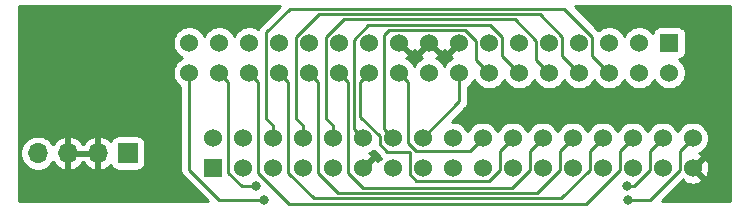
<source format=gbr>
G04 #@! TF.GenerationSoftware,KiCad,Pcbnew,(5.1.5-0-10_14)*
G04 #@! TF.CreationDate,2020-03-21T13:08:25+11:00*
G04 #@! TF.ProjectId,Internal Gotek Adpater,496e7465-726e-4616-9c20-476f74656b20,rev?*
G04 #@! TF.SameCoordinates,Original*
G04 #@! TF.FileFunction,Copper,L2,Bot*
G04 #@! TF.FilePolarity,Positive*
%FSLAX46Y46*%
G04 Gerber Fmt 4.6, Leading zero omitted, Abs format (unit mm)*
G04 Created by KiCad (PCBNEW (5.1.5-0-10_14)) date 2020-03-21 13:08:25*
%MOMM*%
%LPD*%
G04 APERTURE LIST*
%ADD10C,1.524000*%
%ADD11R,1.524000X1.524000*%
%ADD12O,1.700000X1.700000*%
%ADD13R,1.700000X1.700000*%
%ADD14C,0.800000*%
%ADD15C,0.250000*%
%ADD16C,0.254000*%
G04 APERTURE END LIST*
D10*
X30289500Y-26606500D03*
X30289500Y-24066500D03*
X32829500Y-26606500D03*
X32829500Y-24066500D03*
X35369500Y-26606500D03*
X35369500Y-24066500D03*
X37909500Y-26606500D03*
X37909500Y-24066500D03*
X42989500Y-26606500D03*
X42989500Y-24066500D03*
X45529500Y-26606500D03*
X45529500Y-24066500D03*
D11*
X70929500Y-24066500D03*
D10*
X68389500Y-24066500D03*
X65849500Y-24066500D03*
X63309500Y-24066500D03*
X60769500Y-24066500D03*
X58229500Y-24066500D03*
X55689500Y-24066500D03*
X53149500Y-24066500D03*
X50609500Y-24066500D03*
X48069500Y-24066500D03*
X48069500Y-26606500D03*
X50609500Y-26606500D03*
X53149500Y-26606500D03*
X55689500Y-26606500D03*
X58229500Y-26606500D03*
X60769500Y-26606500D03*
X63309500Y-26606500D03*
X65849500Y-26606500D03*
X68389500Y-26606500D03*
X70929500Y-26606500D03*
X40449500Y-24066500D03*
X40449500Y-26606500D03*
X42418000Y-32131000D03*
X42418000Y-34671000D03*
X72898000Y-32131000D03*
X70358000Y-32131000D03*
X67818000Y-32131000D03*
X65278000Y-32131000D03*
X62738000Y-32131000D03*
X60198000Y-32131000D03*
X57658000Y-32131000D03*
X55118000Y-32131000D03*
X52578000Y-32131000D03*
X50038000Y-32131000D03*
X50038000Y-34671000D03*
X52578000Y-34671000D03*
X55118000Y-34671000D03*
X57658000Y-34671000D03*
X60198000Y-34671000D03*
X62738000Y-34671000D03*
X65278000Y-34671000D03*
X67818000Y-34671000D03*
X70358000Y-34671000D03*
X72898000Y-34671000D03*
X47498000Y-34671000D03*
X47498000Y-32131000D03*
X44958000Y-34671000D03*
X44958000Y-32131000D03*
X39878000Y-34671000D03*
X39878000Y-32131000D03*
X37338000Y-34671000D03*
X37338000Y-32131000D03*
X34798000Y-34671000D03*
X34798000Y-32131000D03*
D11*
X32258000Y-34671000D03*
D10*
X32258000Y-32131000D03*
D12*
X17462500Y-33401000D03*
X20002500Y-33401000D03*
X22542500Y-33401000D03*
D13*
X25082500Y-33401000D03*
D14*
X35941000Y-36195000D03*
X67310000Y-36195000D03*
X36576000Y-37338000D03*
X67437000Y-37338000D03*
D15*
X33591499Y-35073261D02*
X34713238Y-36195000D01*
X34713238Y-36195000D02*
X35941000Y-36195000D01*
X33591499Y-27368499D02*
X33591499Y-35073261D01*
X32829500Y-26606500D02*
X33591499Y-27368499D01*
X69596001Y-32892999D02*
X70358000Y-32131000D01*
X69270999Y-33218001D02*
X69596001Y-32892999D01*
X69270999Y-34826763D02*
X69270999Y-33218001D01*
X67902762Y-36195000D02*
X69270999Y-34826763D01*
X67310000Y-36195000D02*
X67902762Y-36195000D01*
X66730999Y-33218001D02*
X67056001Y-32892999D01*
X66730999Y-34826763D02*
X66730999Y-33218001D01*
X63885732Y-37672030D02*
X66730999Y-34826763D01*
X38730268Y-37672030D02*
X63885732Y-37672030D01*
X36131499Y-35073261D02*
X38730268Y-37672030D01*
X36131499Y-27368499D02*
X36131499Y-35073261D01*
X67056001Y-32892999D02*
X67818000Y-32131000D01*
X35369500Y-26606500D02*
X36131499Y-27368499D01*
X64516001Y-32892999D02*
X65278000Y-32131000D01*
X64190999Y-34826763D02*
X64190999Y-33218001D01*
X61795742Y-37222020D02*
X64190999Y-34826763D01*
X40820258Y-37222020D02*
X61795742Y-37222020D01*
X64190999Y-33218001D02*
X64516001Y-32892999D01*
X38671499Y-35073261D02*
X40820258Y-37222020D01*
X38671499Y-27368499D02*
X38671499Y-35073261D01*
X37909500Y-26606500D02*
X38671499Y-27368499D01*
X59436001Y-32892999D02*
X60198000Y-32131000D01*
X59110999Y-33218001D02*
X59436001Y-32892999D01*
X59110999Y-34826763D02*
X59110999Y-33218001D01*
X45000238Y-36322000D02*
X57615762Y-36322000D01*
X43751499Y-35073261D02*
X45000238Y-36322000D01*
X43751499Y-27368499D02*
X43751499Y-35073261D01*
X57615762Y-36322000D02*
X59110999Y-34826763D01*
X42989500Y-26606500D02*
X43751499Y-27368499D01*
X56570999Y-34826763D02*
X56570999Y-33218001D01*
X49516239Y-35758001D02*
X55639761Y-35758001D01*
X48935828Y-35177590D02*
X49516239Y-35758001D01*
X47032238Y-33274000D02*
X48935828Y-33274000D01*
X55639761Y-35758001D02*
X56570999Y-34826763D01*
X46410999Y-32652761D02*
X47032238Y-33274000D01*
X46410999Y-31975237D02*
X46410999Y-32652761D01*
X56570999Y-33218001D02*
X56896001Y-32892999D01*
X48935828Y-33274000D02*
X48935828Y-35177590D01*
X44767501Y-30331739D02*
X46410999Y-31975237D01*
X44767501Y-27368499D02*
X44767501Y-30331739D01*
X56896001Y-32892999D02*
X57658000Y-32131000D01*
X45529500Y-26606500D02*
X44767501Y-27368499D01*
X54030999Y-33218001D02*
X54356001Y-32892999D01*
X49516239Y-33218001D02*
X54030999Y-33218001D01*
X48831499Y-32533261D02*
X49516239Y-33218001D01*
X48831499Y-27368499D02*
X48831499Y-32533261D01*
X54356001Y-32892999D02*
X55118000Y-32131000D01*
X48069500Y-26606500D02*
X48831499Y-27368499D01*
X53149500Y-29019500D02*
X50038000Y-32131000D01*
X53149500Y-26606500D02*
X53149500Y-29019500D01*
X46736001Y-23425239D02*
X46736001Y-31369001D01*
X47181741Y-22979499D02*
X46736001Y-23425239D01*
X53671261Y-22979499D02*
X47181741Y-22979499D01*
X54602499Y-23910737D02*
X53671261Y-22979499D01*
X54602499Y-25519499D02*
X54602499Y-23910737D01*
X46736001Y-31369001D02*
X47498000Y-32131000D01*
X55689500Y-26606500D02*
X54602499Y-25519499D01*
X42418000Y-31053370D02*
X42418000Y-32131000D01*
X41902499Y-30537869D02*
X42418000Y-31053370D01*
X41902499Y-23544739D02*
X41902499Y-30537869D01*
X57851241Y-22079479D02*
X43367759Y-22079479D01*
X59682499Y-23910737D02*
X57851241Y-22079479D01*
X59682499Y-25519499D02*
X59682499Y-23910737D01*
X43367759Y-22079479D02*
X41902499Y-23544739D01*
X60769500Y-26606500D02*
X59682499Y-25519499D01*
X39878000Y-31053370D02*
X39878000Y-32131000D01*
X39362499Y-30537869D02*
X39878000Y-31053370D01*
X39362499Y-23544739D02*
X39362499Y-30537869D01*
X41277769Y-21629469D02*
X39362499Y-23544739D01*
X59941231Y-21629469D02*
X41277769Y-21629469D01*
X61856501Y-23544739D02*
X59941231Y-21629469D01*
X61856501Y-25153501D02*
X61856501Y-23544739D01*
X63309500Y-26606500D02*
X61856501Y-25153501D01*
X61976001Y-32892999D02*
X62738000Y-32131000D01*
X61650999Y-33218001D02*
X61976001Y-32892999D01*
X59705752Y-36772010D02*
X61650999Y-34826763D01*
X42910248Y-36772010D02*
X59705752Y-36772010D01*
X41211499Y-35073261D02*
X42910248Y-36772010D01*
X61650999Y-34826763D02*
X61650999Y-33218001D01*
X41211499Y-27368499D02*
X41211499Y-35073261D01*
X40449500Y-26606500D02*
X41211499Y-27368499D01*
X32815998Y-37338000D02*
X36576000Y-37338000D01*
X30289500Y-34811502D02*
X32815998Y-37338000D01*
X30289500Y-26606500D02*
X30289500Y-34811502D01*
X71810999Y-33218001D02*
X72136001Y-32892999D01*
X72136001Y-32892999D02*
X72898000Y-32131000D01*
X71810999Y-34826763D02*
X71810999Y-33218001D01*
X69299762Y-37338000D02*
X71810999Y-34826763D01*
X67437000Y-37338000D02*
X69299762Y-37338000D01*
X44201509Y-31374509D02*
X44958000Y-32131000D01*
X44201509Y-23785729D02*
X44201509Y-31374509D01*
X55761251Y-22529489D02*
X45457749Y-22529489D01*
X56776501Y-23544739D02*
X55761251Y-22529489D01*
X56776501Y-25153501D02*
X56776501Y-23544739D01*
X45457749Y-22529489D02*
X44201509Y-23785729D01*
X58229500Y-26606500D02*
X56776501Y-25153501D01*
X37338000Y-31053370D02*
X37338000Y-32131000D01*
X36822499Y-23178741D02*
X36822499Y-30537869D01*
X36822499Y-30537869D02*
X37338000Y-31053370D01*
X38821781Y-21179459D02*
X36822499Y-23178741D01*
X62031221Y-21179459D02*
X38821781Y-21179459D01*
X64396501Y-23544739D02*
X62031221Y-21179459D01*
X64396501Y-25153501D02*
X64396501Y-23544739D01*
X65849500Y-26606500D02*
X64396501Y-25153501D01*
D16*
G36*
X36311502Y-22614937D02*
G01*
X36282498Y-22638740D01*
X36249889Y-22678475D01*
X36187525Y-22754465D01*
X36165465Y-22795736D01*
X36117236Y-22885965D01*
X36031227Y-22828495D01*
X35776990Y-22723186D01*
X35507092Y-22669500D01*
X35231908Y-22669500D01*
X34962010Y-22723186D01*
X34707773Y-22828495D01*
X34478965Y-22981380D01*
X34284380Y-23175965D01*
X34131495Y-23404773D01*
X34099500Y-23482015D01*
X34067505Y-23404773D01*
X33914620Y-23175965D01*
X33720035Y-22981380D01*
X33491227Y-22828495D01*
X33236990Y-22723186D01*
X32967092Y-22669500D01*
X32691908Y-22669500D01*
X32422010Y-22723186D01*
X32167773Y-22828495D01*
X31938965Y-22981380D01*
X31744380Y-23175965D01*
X31591495Y-23404773D01*
X31559500Y-23482015D01*
X31527505Y-23404773D01*
X31374620Y-23175965D01*
X31180035Y-22981380D01*
X30951227Y-22828495D01*
X30696990Y-22723186D01*
X30427092Y-22669500D01*
X30151908Y-22669500D01*
X29882010Y-22723186D01*
X29627773Y-22828495D01*
X29398965Y-22981380D01*
X29204380Y-23175965D01*
X29051495Y-23404773D01*
X28946186Y-23659010D01*
X28892500Y-23928908D01*
X28892500Y-24204092D01*
X28946186Y-24473990D01*
X29051495Y-24728227D01*
X29204380Y-24957035D01*
X29398965Y-25151620D01*
X29627773Y-25304505D01*
X29705015Y-25336500D01*
X29627773Y-25368495D01*
X29398965Y-25521380D01*
X29204380Y-25715965D01*
X29051495Y-25944773D01*
X28946186Y-26199010D01*
X28892500Y-26468908D01*
X28892500Y-26744092D01*
X28946186Y-27013990D01*
X29051495Y-27268227D01*
X29204380Y-27497035D01*
X29398965Y-27691620D01*
X29529500Y-27778841D01*
X29529501Y-34774170D01*
X29525824Y-34811502D01*
X29529501Y-34848835D01*
X29533162Y-34886000D01*
X29540498Y-34960487D01*
X29583954Y-35103748D01*
X29654526Y-35235778D01*
X29689009Y-35277795D01*
X29749500Y-35351503D01*
X29778498Y-35375301D01*
X31843196Y-37440000D01*
X15900000Y-37440000D01*
X15900000Y-33254740D01*
X15977500Y-33254740D01*
X15977500Y-33547260D01*
X16034568Y-33834158D01*
X16146510Y-34104411D01*
X16309025Y-34347632D01*
X16515868Y-34554475D01*
X16759089Y-34716990D01*
X17029342Y-34828932D01*
X17316240Y-34886000D01*
X17608760Y-34886000D01*
X17895658Y-34828932D01*
X18165911Y-34716990D01*
X18409132Y-34554475D01*
X18615975Y-34347632D01*
X18737695Y-34165466D01*
X18807322Y-34282355D01*
X19002231Y-34498588D01*
X19235580Y-34672641D01*
X19498401Y-34797825D01*
X19645610Y-34842476D01*
X19875500Y-34721155D01*
X19875500Y-33528000D01*
X20129500Y-33528000D01*
X20129500Y-34721155D01*
X20359390Y-34842476D01*
X20506599Y-34797825D01*
X20769420Y-34672641D01*
X21002769Y-34498588D01*
X21197678Y-34282355D01*
X21272500Y-34156745D01*
X21347322Y-34282355D01*
X21542231Y-34498588D01*
X21775580Y-34672641D01*
X22038401Y-34797825D01*
X22185610Y-34842476D01*
X22415500Y-34721155D01*
X22415500Y-33528000D01*
X20129500Y-33528000D01*
X19875500Y-33528000D01*
X19855500Y-33528000D01*
X19855500Y-33274000D01*
X19875500Y-33274000D01*
X19875500Y-32080845D01*
X20129500Y-32080845D01*
X20129500Y-33274000D01*
X22415500Y-33274000D01*
X22415500Y-32080845D01*
X22669500Y-32080845D01*
X22669500Y-33274000D01*
X22689500Y-33274000D01*
X22689500Y-33528000D01*
X22669500Y-33528000D01*
X22669500Y-34721155D01*
X22899390Y-34842476D01*
X23046599Y-34797825D01*
X23309420Y-34672641D01*
X23542769Y-34498588D01*
X23618534Y-34414534D01*
X23642998Y-34495180D01*
X23701963Y-34605494D01*
X23781315Y-34702185D01*
X23878006Y-34781537D01*
X23988320Y-34840502D01*
X24108018Y-34876812D01*
X24232500Y-34889072D01*
X25932500Y-34889072D01*
X26056982Y-34876812D01*
X26176680Y-34840502D01*
X26286994Y-34781537D01*
X26383685Y-34702185D01*
X26463037Y-34605494D01*
X26522002Y-34495180D01*
X26558312Y-34375482D01*
X26570572Y-34251000D01*
X26570572Y-32551000D01*
X26558312Y-32426518D01*
X26522002Y-32306820D01*
X26463037Y-32196506D01*
X26383685Y-32099815D01*
X26286994Y-32020463D01*
X26176680Y-31961498D01*
X26056982Y-31925188D01*
X25932500Y-31912928D01*
X24232500Y-31912928D01*
X24108018Y-31925188D01*
X23988320Y-31961498D01*
X23878006Y-32020463D01*
X23781315Y-32099815D01*
X23701963Y-32196506D01*
X23642998Y-32306820D01*
X23618534Y-32387466D01*
X23542769Y-32303412D01*
X23309420Y-32129359D01*
X23046599Y-32004175D01*
X22899390Y-31959524D01*
X22669500Y-32080845D01*
X22415500Y-32080845D01*
X22185610Y-31959524D01*
X22038401Y-32004175D01*
X21775580Y-32129359D01*
X21542231Y-32303412D01*
X21347322Y-32519645D01*
X21272500Y-32645255D01*
X21197678Y-32519645D01*
X21002769Y-32303412D01*
X20769420Y-32129359D01*
X20506599Y-32004175D01*
X20359390Y-31959524D01*
X20129500Y-32080845D01*
X19875500Y-32080845D01*
X19645610Y-31959524D01*
X19498401Y-32004175D01*
X19235580Y-32129359D01*
X19002231Y-32303412D01*
X18807322Y-32519645D01*
X18737695Y-32636534D01*
X18615975Y-32454368D01*
X18409132Y-32247525D01*
X18165911Y-32085010D01*
X17895658Y-31973068D01*
X17608760Y-31916000D01*
X17316240Y-31916000D01*
X17029342Y-31973068D01*
X16759089Y-32085010D01*
X16515868Y-32247525D01*
X16309025Y-32454368D01*
X16146510Y-32697589D01*
X16034568Y-32967842D01*
X15977500Y-33254740D01*
X15900000Y-33254740D01*
X15900000Y-20980000D01*
X37946438Y-20980000D01*
X36311502Y-22614937D01*
G37*
X36311502Y-22614937D02*
X36282498Y-22638740D01*
X36249889Y-22678475D01*
X36187525Y-22754465D01*
X36165465Y-22795736D01*
X36117236Y-22885965D01*
X36031227Y-22828495D01*
X35776990Y-22723186D01*
X35507092Y-22669500D01*
X35231908Y-22669500D01*
X34962010Y-22723186D01*
X34707773Y-22828495D01*
X34478965Y-22981380D01*
X34284380Y-23175965D01*
X34131495Y-23404773D01*
X34099500Y-23482015D01*
X34067505Y-23404773D01*
X33914620Y-23175965D01*
X33720035Y-22981380D01*
X33491227Y-22828495D01*
X33236990Y-22723186D01*
X32967092Y-22669500D01*
X32691908Y-22669500D01*
X32422010Y-22723186D01*
X32167773Y-22828495D01*
X31938965Y-22981380D01*
X31744380Y-23175965D01*
X31591495Y-23404773D01*
X31559500Y-23482015D01*
X31527505Y-23404773D01*
X31374620Y-23175965D01*
X31180035Y-22981380D01*
X30951227Y-22828495D01*
X30696990Y-22723186D01*
X30427092Y-22669500D01*
X30151908Y-22669500D01*
X29882010Y-22723186D01*
X29627773Y-22828495D01*
X29398965Y-22981380D01*
X29204380Y-23175965D01*
X29051495Y-23404773D01*
X28946186Y-23659010D01*
X28892500Y-23928908D01*
X28892500Y-24204092D01*
X28946186Y-24473990D01*
X29051495Y-24728227D01*
X29204380Y-24957035D01*
X29398965Y-25151620D01*
X29627773Y-25304505D01*
X29705015Y-25336500D01*
X29627773Y-25368495D01*
X29398965Y-25521380D01*
X29204380Y-25715965D01*
X29051495Y-25944773D01*
X28946186Y-26199010D01*
X28892500Y-26468908D01*
X28892500Y-26744092D01*
X28946186Y-27013990D01*
X29051495Y-27268227D01*
X29204380Y-27497035D01*
X29398965Y-27691620D01*
X29529500Y-27778841D01*
X29529501Y-34774170D01*
X29525824Y-34811502D01*
X29529501Y-34848835D01*
X29533162Y-34886000D01*
X29540498Y-34960487D01*
X29583954Y-35103748D01*
X29654526Y-35235778D01*
X29689009Y-35277795D01*
X29749500Y-35351503D01*
X29778498Y-35375301D01*
X31843196Y-37440000D01*
X15900000Y-37440000D01*
X15900000Y-33254740D01*
X15977500Y-33254740D01*
X15977500Y-33547260D01*
X16034568Y-33834158D01*
X16146510Y-34104411D01*
X16309025Y-34347632D01*
X16515868Y-34554475D01*
X16759089Y-34716990D01*
X17029342Y-34828932D01*
X17316240Y-34886000D01*
X17608760Y-34886000D01*
X17895658Y-34828932D01*
X18165911Y-34716990D01*
X18409132Y-34554475D01*
X18615975Y-34347632D01*
X18737695Y-34165466D01*
X18807322Y-34282355D01*
X19002231Y-34498588D01*
X19235580Y-34672641D01*
X19498401Y-34797825D01*
X19645610Y-34842476D01*
X19875500Y-34721155D01*
X19875500Y-33528000D01*
X20129500Y-33528000D01*
X20129500Y-34721155D01*
X20359390Y-34842476D01*
X20506599Y-34797825D01*
X20769420Y-34672641D01*
X21002769Y-34498588D01*
X21197678Y-34282355D01*
X21272500Y-34156745D01*
X21347322Y-34282355D01*
X21542231Y-34498588D01*
X21775580Y-34672641D01*
X22038401Y-34797825D01*
X22185610Y-34842476D01*
X22415500Y-34721155D01*
X22415500Y-33528000D01*
X20129500Y-33528000D01*
X19875500Y-33528000D01*
X19855500Y-33528000D01*
X19855500Y-33274000D01*
X19875500Y-33274000D01*
X19875500Y-32080845D01*
X20129500Y-32080845D01*
X20129500Y-33274000D01*
X22415500Y-33274000D01*
X22415500Y-32080845D01*
X22669500Y-32080845D01*
X22669500Y-33274000D01*
X22689500Y-33274000D01*
X22689500Y-33528000D01*
X22669500Y-33528000D01*
X22669500Y-34721155D01*
X22899390Y-34842476D01*
X23046599Y-34797825D01*
X23309420Y-34672641D01*
X23542769Y-34498588D01*
X23618534Y-34414534D01*
X23642998Y-34495180D01*
X23701963Y-34605494D01*
X23781315Y-34702185D01*
X23878006Y-34781537D01*
X23988320Y-34840502D01*
X24108018Y-34876812D01*
X24232500Y-34889072D01*
X25932500Y-34889072D01*
X26056982Y-34876812D01*
X26176680Y-34840502D01*
X26286994Y-34781537D01*
X26383685Y-34702185D01*
X26463037Y-34605494D01*
X26522002Y-34495180D01*
X26558312Y-34375482D01*
X26570572Y-34251000D01*
X26570572Y-32551000D01*
X26558312Y-32426518D01*
X26522002Y-32306820D01*
X26463037Y-32196506D01*
X26383685Y-32099815D01*
X26286994Y-32020463D01*
X26176680Y-31961498D01*
X26056982Y-31925188D01*
X25932500Y-31912928D01*
X24232500Y-31912928D01*
X24108018Y-31925188D01*
X23988320Y-31961498D01*
X23878006Y-32020463D01*
X23781315Y-32099815D01*
X23701963Y-32196506D01*
X23642998Y-32306820D01*
X23618534Y-32387466D01*
X23542769Y-32303412D01*
X23309420Y-32129359D01*
X23046599Y-32004175D01*
X22899390Y-31959524D01*
X22669500Y-32080845D01*
X22415500Y-32080845D01*
X22185610Y-31959524D01*
X22038401Y-32004175D01*
X21775580Y-32129359D01*
X21542231Y-32303412D01*
X21347322Y-32519645D01*
X21272500Y-32645255D01*
X21197678Y-32519645D01*
X21002769Y-32303412D01*
X20769420Y-32129359D01*
X20506599Y-32004175D01*
X20359390Y-31959524D01*
X20129500Y-32080845D01*
X19875500Y-32080845D01*
X19645610Y-31959524D01*
X19498401Y-32004175D01*
X19235580Y-32129359D01*
X19002231Y-32303412D01*
X18807322Y-32519645D01*
X18737695Y-32636534D01*
X18615975Y-32454368D01*
X18409132Y-32247525D01*
X18165911Y-32085010D01*
X17895658Y-31973068D01*
X17608760Y-31916000D01*
X17316240Y-31916000D01*
X17029342Y-31973068D01*
X16759089Y-32085010D01*
X16515868Y-32247525D01*
X16309025Y-32454368D01*
X16146510Y-32697589D01*
X16034568Y-32967842D01*
X15977500Y-33254740D01*
X15900000Y-33254740D01*
X15900000Y-20980000D01*
X37946438Y-20980000D01*
X36311502Y-22614937D01*
G36*
X76048001Y-37440000D02*
G01*
X70272563Y-37440000D01*
X71977609Y-35734955D01*
X71995631Y-35752977D01*
X72112041Y-35636567D01*
X72179020Y-35876656D01*
X72428048Y-35993756D01*
X72695135Y-36060023D01*
X72970017Y-36072910D01*
X73242133Y-36031922D01*
X73501023Y-35938636D01*
X73616980Y-35876656D01*
X73683960Y-35636565D01*
X72898000Y-34850605D01*
X72883858Y-34864748D01*
X72704253Y-34685143D01*
X72718395Y-34671000D01*
X73077605Y-34671000D01*
X73863565Y-35456960D01*
X74103656Y-35389980D01*
X74220756Y-35140952D01*
X74287023Y-34873865D01*
X74299910Y-34598983D01*
X74258922Y-34326867D01*
X74165636Y-34067977D01*
X74103656Y-33952020D01*
X73863565Y-33885040D01*
X73077605Y-34671000D01*
X72718395Y-34671000D01*
X72704253Y-34656858D01*
X72883858Y-34477253D01*
X72898000Y-34491395D01*
X73683960Y-33705435D01*
X73616980Y-33465344D01*
X73481240Y-33401515D01*
X73559727Y-33369005D01*
X73788535Y-33216120D01*
X73983120Y-33021535D01*
X74136005Y-32792727D01*
X74241314Y-32538490D01*
X74295000Y-32268592D01*
X74295000Y-31993408D01*
X74241314Y-31723510D01*
X74136005Y-31469273D01*
X73983120Y-31240465D01*
X73788535Y-31045880D01*
X73559727Y-30892995D01*
X73305490Y-30787686D01*
X73035592Y-30734000D01*
X72760408Y-30734000D01*
X72490510Y-30787686D01*
X72236273Y-30892995D01*
X72007465Y-31045880D01*
X71812880Y-31240465D01*
X71659995Y-31469273D01*
X71628000Y-31546515D01*
X71596005Y-31469273D01*
X71443120Y-31240465D01*
X71248535Y-31045880D01*
X71019727Y-30892995D01*
X70765490Y-30787686D01*
X70495592Y-30734000D01*
X70220408Y-30734000D01*
X69950510Y-30787686D01*
X69696273Y-30892995D01*
X69467465Y-31045880D01*
X69272880Y-31240465D01*
X69119995Y-31469273D01*
X69088000Y-31546515D01*
X69056005Y-31469273D01*
X68903120Y-31240465D01*
X68708535Y-31045880D01*
X68479727Y-30892995D01*
X68225490Y-30787686D01*
X67955592Y-30734000D01*
X67680408Y-30734000D01*
X67410510Y-30787686D01*
X67156273Y-30892995D01*
X66927465Y-31045880D01*
X66732880Y-31240465D01*
X66579995Y-31469273D01*
X66548000Y-31546515D01*
X66516005Y-31469273D01*
X66363120Y-31240465D01*
X66168535Y-31045880D01*
X65939727Y-30892995D01*
X65685490Y-30787686D01*
X65415592Y-30734000D01*
X65140408Y-30734000D01*
X64870510Y-30787686D01*
X64616273Y-30892995D01*
X64387465Y-31045880D01*
X64192880Y-31240465D01*
X64039995Y-31469273D01*
X64008000Y-31546515D01*
X63976005Y-31469273D01*
X63823120Y-31240465D01*
X63628535Y-31045880D01*
X63399727Y-30892995D01*
X63145490Y-30787686D01*
X62875592Y-30734000D01*
X62600408Y-30734000D01*
X62330510Y-30787686D01*
X62076273Y-30892995D01*
X61847465Y-31045880D01*
X61652880Y-31240465D01*
X61499995Y-31469273D01*
X61468000Y-31546515D01*
X61436005Y-31469273D01*
X61283120Y-31240465D01*
X61088535Y-31045880D01*
X60859727Y-30892995D01*
X60605490Y-30787686D01*
X60335592Y-30734000D01*
X60060408Y-30734000D01*
X59790510Y-30787686D01*
X59536273Y-30892995D01*
X59307465Y-31045880D01*
X59112880Y-31240465D01*
X58959995Y-31469273D01*
X58928000Y-31546515D01*
X58896005Y-31469273D01*
X58743120Y-31240465D01*
X58548535Y-31045880D01*
X58319727Y-30892995D01*
X58065490Y-30787686D01*
X57795592Y-30734000D01*
X57520408Y-30734000D01*
X57250510Y-30787686D01*
X56996273Y-30892995D01*
X56767465Y-31045880D01*
X56572880Y-31240465D01*
X56419995Y-31469273D01*
X56388000Y-31546515D01*
X56356005Y-31469273D01*
X56203120Y-31240465D01*
X56008535Y-31045880D01*
X55779727Y-30892995D01*
X55525490Y-30787686D01*
X55255592Y-30734000D01*
X54980408Y-30734000D01*
X54710510Y-30787686D01*
X54456273Y-30892995D01*
X54227465Y-31045880D01*
X54032880Y-31240465D01*
X53879995Y-31469273D01*
X53848000Y-31546515D01*
X53816005Y-31469273D01*
X53663120Y-31240465D01*
X53468535Y-31045880D01*
X53239727Y-30892995D01*
X52985490Y-30787686D01*
X52715592Y-30734000D01*
X52509802Y-30734000D01*
X53660508Y-29583295D01*
X53689501Y-29559501D01*
X53713295Y-29530508D01*
X53713299Y-29530504D01*
X53784473Y-29443777D01*
X53784474Y-29443776D01*
X53855046Y-29311747D01*
X53898503Y-29168486D01*
X53909500Y-29056833D01*
X53909500Y-29056824D01*
X53913176Y-29019501D01*
X53909500Y-28982178D01*
X53909500Y-27778841D01*
X54040035Y-27691620D01*
X54234620Y-27497035D01*
X54387505Y-27268227D01*
X54419500Y-27190985D01*
X54451495Y-27268227D01*
X54604380Y-27497035D01*
X54798965Y-27691620D01*
X55027773Y-27844505D01*
X55282010Y-27949814D01*
X55551908Y-28003500D01*
X55827092Y-28003500D01*
X56096990Y-27949814D01*
X56351227Y-27844505D01*
X56580035Y-27691620D01*
X56774620Y-27497035D01*
X56927505Y-27268227D01*
X56959500Y-27190985D01*
X56991495Y-27268227D01*
X57144380Y-27497035D01*
X57338965Y-27691620D01*
X57567773Y-27844505D01*
X57822010Y-27949814D01*
X58091908Y-28003500D01*
X58367092Y-28003500D01*
X58636990Y-27949814D01*
X58891227Y-27844505D01*
X59120035Y-27691620D01*
X59314620Y-27497035D01*
X59467505Y-27268227D01*
X59499500Y-27190985D01*
X59531495Y-27268227D01*
X59684380Y-27497035D01*
X59878965Y-27691620D01*
X60107773Y-27844505D01*
X60362010Y-27949814D01*
X60631908Y-28003500D01*
X60907092Y-28003500D01*
X61176990Y-27949814D01*
X61431227Y-27844505D01*
X61660035Y-27691620D01*
X61854620Y-27497035D01*
X62007505Y-27268227D01*
X62039500Y-27190985D01*
X62071495Y-27268227D01*
X62224380Y-27497035D01*
X62418965Y-27691620D01*
X62647773Y-27844505D01*
X62902010Y-27949814D01*
X63171908Y-28003500D01*
X63447092Y-28003500D01*
X63716990Y-27949814D01*
X63971227Y-27844505D01*
X64200035Y-27691620D01*
X64394620Y-27497035D01*
X64547505Y-27268227D01*
X64579500Y-27190985D01*
X64611495Y-27268227D01*
X64764380Y-27497035D01*
X64958965Y-27691620D01*
X65187773Y-27844505D01*
X65442010Y-27949814D01*
X65711908Y-28003500D01*
X65987092Y-28003500D01*
X66256990Y-27949814D01*
X66511227Y-27844505D01*
X66740035Y-27691620D01*
X66934620Y-27497035D01*
X67087505Y-27268227D01*
X67119500Y-27190985D01*
X67151495Y-27268227D01*
X67304380Y-27497035D01*
X67498965Y-27691620D01*
X67727773Y-27844505D01*
X67982010Y-27949814D01*
X68251908Y-28003500D01*
X68527092Y-28003500D01*
X68796990Y-27949814D01*
X69051227Y-27844505D01*
X69280035Y-27691620D01*
X69474620Y-27497035D01*
X69627505Y-27268227D01*
X69659500Y-27190985D01*
X69691495Y-27268227D01*
X69844380Y-27497035D01*
X70038965Y-27691620D01*
X70267773Y-27844505D01*
X70522010Y-27949814D01*
X70791908Y-28003500D01*
X71067092Y-28003500D01*
X71336990Y-27949814D01*
X71591227Y-27844505D01*
X71820035Y-27691620D01*
X72014620Y-27497035D01*
X72167505Y-27268227D01*
X72272814Y-27013990D01*
X72326500Y-26744092D01*
X72326500Y-26468908D01*
X72272814Y-26199010D01*
X72167505Y-25944773D01*
X72014620Y-25715965D01*
X71820035Y-25521380D01*
X71732035Y-25462580D01*
X71815982Y-25454312D01*
X71935680Y-25418002D01*
X72045994Y-25359037D01*
X72142685Y-25279685D01*
X72222037Y-25182994D01*
X72281002Y-25072680D01*
X72317312Y-24952982D01*
X72329572Y-24828500D01*
X72329572Y-23304500D01*
X72317312Y-23180018D01*
X72281002Y-23060320D01*
X72222037Y-22950006D01*
X72142685Y-22853315D01*
X72045994Y-22773963D01*
X71935680Y-22714998D01*
X71815982Y-22678688D01*
X71691500Y-22666428D01*
X70167500Y-22666428D01*
X70043018Y-22678688D01*
X69923320Y-22714998D01*
X69813006Y-22773963D01*
X69716315Y-22853315D01*
X69636963Y-22950006D01*
X69577998Y-23060320D01*
X69541688Y-23180018D01*
X69533420Y-23263965D01*
X69474620Y-23175965D01*
X69280035Y-22981380D01*
X69051227Y-22828495D01*
X68796990Y-22723186D01*
X68527092Y-22669500D01*
X68251908Y-22669500D01*
X67982010Y-22723186D01*
X67727773Y-22828495D01*
X67498965Y-22981380D01*
X67304380Y-23175965D01*
X67151495Y-23404773D01*
X67119500Y-23482015D01*
X67087505Y-23404773D01*
X66934620Y-23175965D01*
X66740035Y-22981380D01*
X66511227Y-22828495D01*
X66256990Y-22723186D01*
X65987092Y-22669500D01*
X65711908Y-22669500D01*
X65442010Y-22723186D01*
X65187773Y-22828495D01*
X64958965Y-22981380D01*
X64936010Y-23004335D01*
X64907504Y-22980940D01*
X62906563Y-20980000D01*
X76048000Y-20980000D01*
X76048001Y-37440000D01*
G37*
X76048001Y-37440000D02*
X70272563Y-37440000D01*
X71977609Y-35734955D01*
X71995631Y-35752977D01*
X72112041Y-35636567D01*
X72179020Y-35876656D01*
X72428048Y-35993756D01*
X72695135Y-36060023D01*
X72970017Y-36072910D01*
X73242133Y-36031922D01*
X73501023Y-35938636D01*
X73616980Y-35876656D01*
X73683960Y-35636565D01*
X72898000Y-34850605D01*
X72883858Y-34864748D01*
X72704253Y-34685143D01*
X72718395Y-34671000D01*
X73077605Y-34671000D01*
X73863565Y-35456960D01*
X74103656Y-35389980D01*
X74220756Y-35140952D01*
X74287023Y-34873865D01*
X74299910Y-34598983D01*
X74258922Y-34326867D01*
X74165636Y-34067977D01*
X74103656Y-33952020D01*
X73863565Y-33885040D01*
X73077605Y-34671000D01*
X72718395Y-34671000D01*
X72704253Y-34656858D01*
X72883858Y-34477253D01*
X72898000Y-34491395D01*
X73683960Y-33705435D01*
X73616980Y-33465344D01*
X73481240Y-33401515D01*
X73559727Y-33369005D01*
X73788535Y-33216120D01*
X73983120Y-33021535D01*
X74136005Y-32792727D01*
X74241314Y-32538490D01*
X74295000Y-32268592D01*
X74295000Y-31993408D01*
X74241314Y-31723510D01*
X74136005Y-31469273D01*
X73983120Y-31240465D01*
X73788535Y-31045880D01*
X73559727Y-30892995D01*
X73305490Y-30787686D01*
X73035592Y-30734000D01*
X72760408Y-30734000D01*
X72490510Y-30787686D01*
X72236273Y-30892995D01*
X72007465Y-31045880D01*
X71812880Y-31240465D01*
X71659995Y-31469273D01*
X71628000Y-31546515D01*
X71596005Y-31469273D01*
X71443120Y-31240465D01*
X71248535Y-31045880D01*
X71019727Y-30892995D01*
X70765490Y-30787686D01*
X70495592Y-30734000D01*
X70220408Y-30734000D01*
X69950510Y-30787686D01*
X69696273Y-30892995D01*
X69467465Y-31045880D01*
X69272880Y-31240465D01*
X69119995Y-31469273D01*
X69088000Y-31546515D01*
X69056005Y-31469273D01*
X68903120Y-31240465D01*
X68708535Y-31045880D01*
X68479727Y-30892995D01*
X68225490Y-30787686D01*
X67955592Y-30734000D01*
X67680408Y-30734000D01*
X67410510Y-30787686D01*
X67156273Y-30892995D01*
X66927465Y-31045880D01*
X66732880Y-31240465D01*
X66579995Y-31469273D01*
X66548000Y-31546515D01*
X66516005Y-31469273D01*
X66363120Y-31240465D01*
X66168535Y-31045880D01*
X65939727Y-30892995D01*
X65685490Y-30787686D01*
X65415592Y-30734000D01*
X65140408Y-30734000D01*
X64870510Y-30787686D01*
X64616273Y-30892995D01*
X64387465Y-31045880D01*
X64192880Y-31240465D01*
X64039995Y-31469273D01*
X64008000Y-31546515D01*
X63976005Y-31469273D01*
X63823120Y-31240465D01*
X63628535Y-31045880D01*
X63399727Y-30892995D01*
X63145490Y-30787686D01*
X62875592Y-30734000D01*
X62600408Y-30734000D01*
X62330510Y-30787686D01*
X62076273Y-30892995D01*
X61847465Y-31045880D01*
X61652880Y-31240465D01*
X61499995Y-31469273D01*
X61468000Y-31546515D01*
X61436005Y-31469273D01*
X61283120Y-31240465D01*
X61088535Y-31045880D01*
X60859727Y-30892995D01*
X60605490Y-30787686D01*
X60335592Y-30734000D01*
X60060408Y-30734000D01*
X59790510Y-30787686D01*
X59536273Y-30892995D01*
X59307465Y-31045880D01*
X59112880Y-31240465D01*
X58959995Y-31469273D01*
X58928000Y-31546515D01*
X58896005Y-31469273D01*
X58743120Y-31240465D01*
X58548535Y-31045880D01*
X58319727Y-30892995D01*
X58065490Y-30787686D01*
X57795592Y-30734000D01*
X57520408Y-30734000D01*
X57250510Y-30787686D01*
X56996273Y-30892995D01*
X56767465Y-31045880D01*
X56572880Y-31240465D01*
X56419995Y-31469273D01*
X56388000Y-31546515D01*
X56356005Y-31469273D01*
X56203120Y-31240465D01*
X56008535Y-31045880D01*
X55779727Y-30892995D01*
X55525490Y-30787686D01*
X55255592Y-30734000D01*
X54980408Y-30734000D01*
X54710510Y-30787686D01*
X54456273Y-30892995D01*
X54227465Y-31045880D01*
X54032880Y-31240465D01*
X53879995Y-31469273D01*
X53848000Y-31546515D01*
X53816005Y-31469273D01*
X53663120Y-31240465D01*
X53468535Y-31045880D01*
X53239727Y-30892995D01*
X52985490Y-30787686D01*
X52715592Y-30734000D01*
X52509802Y-30734000D01*
X53660508Y-29583295D01*
X53689501Y-29559501D01*
X53713295Y-29530508D01*
X53713299Y-29530504D01*
X53784473Y-29443777D01*
X53784474Y-29443776D01*
X53855046Y-29311747D01*
X53898503Y-29168486D01*
X53909500Y-29056833D01*
X53909500Y-29056824D01*
X53913176Y-29019501D01*
X53909500Y-28982178D01*
X53909500Y-27778841D01*
X54040035Y-27691620D01*
X54234620Y-27497035D01*
X54387505Y-27268227D01*
X54419500Y-27190985D01*
X54451495Y-27268227D01*
X54604380Y-27497035D01*
X54798965Y-27691620D01*
X55027773Y-27844505D01*
X55282010Y-27949814D01*
X55551908Y-28003500D01*
X55827092Y-28003500D01*
X56096990Y-27949814D01*
X56351227Y-27844505D01*
X56580035Y-27691620D01*
X56774620Y-27497035D01*
X56927505Y-27268227D01*
X56959500Y-27190985D01*
X56991495Y-27268227D01*
X57144380Y-27497035D01*
X57338965Y-27691620D01*
X57567773Y-27844505D01*
X57822010Y-27949814D01*
X58091908Y-28003500D01*
X58367092Y-28003500D01*
X58636990Y-27949814D01*
X58891227Y-27844505D01*
X59120035Y-27691620D01*
X59314620Y-27497035D01*
X59467505Y-27268227D01*
X59499500Y-27190985D01*
X59531495Y-27268227D01*
X59684380Y-27497035D01*
X59878965Y-27691620D01*
X60107773Y-27844505D01*
X60362010Y-27949814D01*
X60631908Y-28003500D01*
X60907092Y-28003500D01*
X61176990Y-27949814D01*
X61431227Y-27844505D01*
X61660035Y-27691620D01*
X61854620Y-27497035D01*
X62007505Y-27268227D01*
X62039500Y-27190985D01*
X62071495Y-27268227D01*
X62224380Y-27497035D01*
X62418965Y-27691620D01*
X62647773Y-27844505D01*
X62902010Y-27949814D01*
X63171908Y-28003500D01*
X63447092Y-28003500D01*
X63716990Y-27949814D01*
X63971227Y-27844505D01*
X64200035Y-27691620D01*
X64394620Y-27497035D01*
X64547505Y-27268227D01*
X64579500Y-27190985D01*
X64611495Y-27268227D01*
X64764380Y-27497035D01*
X64958965Y-27691620D01*
X65187773Y-27844505D01*
X65442010Y-27949814D01*
X65711908Y-28003500D01*
X65987092Y-28003500D01*
X66256990Y-27949814D01*
X66511227Y-27844505D01*
X66740035Y-27691620D01*
X66934620Y-27497035D01*
X67087505Y-27268227D01*
X67119500Y-27190985D01*
X67151495Y-27268227D01*
X67304380Y-27497035D01*
X67498965Y-27691620D01*
X67727773Y-27844505D01*
X67982010Y-27949814D01*
X68251908Y-28003500D01*
X68527092Y-28003500D01*
X68796990Y-27949814D01*
X69051227Y-27844505D01*
X69280035Y-27691620D01*
X69474620Y-27497035D01*
X69627505Y-27268227D01*
X69659500Y-27190985D01*
X69691495Y-27268227D01*
X69844380Y-27497035D01*
X70038965Y-27691620D01*
X70267773Y-27844505D01*
X70522010Y-27949814D01*
X70791908Y-28003500D01*
X71067092Y-28003500D01*
X71336990Y-27949814D01*
X71591227Y-27844505D01*
X71820035Y-27691620D01*
X72014620Y-27497035D01*
X72167505Y-27268227D01*
X72272814Y-27013990D01*
X72326500Y-26744092D01*
X72326500Y-26468908D01*
X72272814Y-26199010D01*
X72167505Y-25944773D01*
X72014620Y-25715965D01*
X71820035Y-25521380D01*
X71732035Y-25462580D01*
X71815982Y-25454312D01*
X71935680Y-25418002D01*
X72045994Y-25359037D01*
X72142685Y-25279685D01*
X72222037Y-25182994D01*
X72281002Y-25072680D01*
X72317312Y-24952982D01*
X72329572Y-24828500D01*
X72329572Y-23304500D01*
X72317312Y-23180018D01*
X72281002Y-23060320D01*
X72222037Y-22950006D01*
X72142685Y-22853315D01*
X72045994Y-22773963D01*
X71935680Y-22714998D01*
X71815982Y-22678688D01*
X71691500Y-22666428D01*
X70167500Y-22666428D01*
X70043018Y-22678688D01*
X69923320Y-22714998D01*
X69813006Y-22773963D01*
X69716315Y-22853315D01*
X69636963Y-22950006D01*
X69577998Y-23060320D01*
X69541688Y-23180018D01*
X69533420Y-23263965D01*
X69474620Y-23175965D01*
X69280035Y-22981380D01*
X69051227Y-22828495D01*
X68796990Y-22723186D01*
X68527092Y-22669500D01*
X68251908Y-22669500D01*
X67982010Y-22723186D01*
X67727773Y-22828495D01*
X67498965Y-22981380D01*
X67304380Y-23175965D01*
X67151495Y-23404773D01*
X67119500Y-23482015D01*
X67087505Y-23404773D01*
X66934620Y-23175965D01*
X66740035Y-22981380D01*
X66511227Y-22828495D01*
X66256990Y-22723186D01*
X65987092Y-22669500D01*
X65711908Y-22669500D01*
X65442010Y-22723186D01*
X65187773Y-22828495D01*
X64958965Y-22981380D01*
X64936010Y-23004335D01*
X64907504Y-22980940D01*
X62906563Y-20980000D01*
X76048000Y-20980000D01*
X76048001Y-37440000D01*
G36*
X57851748Y-34656858D02*
G01*
X57837605Y-34671000D01*
X57851748Y-34685143D01*
X57672143Y-34864748D01*
X57658000Y-34850605D01*
X57643858Y-34864748D01*
X57464253Y-34685143D01*
X57478395Y-34671000D01*
X57464253Y-34656858D01*
X57643858Y-34477253D01*
X57658000Y-34491395D01*
X57672143Y-34477253D01*
X57851748Y-34656858D01*
G37*
X57851748Y-34656858D02*
X57837605Y-34671000D01*
X57851748Y-34685143D01*
X57672143Y-34864748D01*
X57658000Y-34850605D01*
X57643858Y-34864748D01*
X57464253Y-34685143D01*
X57478395Y-34671000D01*
X57464253Y-34656858D01*
X57643858Y-34477253D01*
X57658000Y-34491395D01*
X57672143Y-34477253D01*
X57851748Y-34656858D01*
G36*
X68011748Y-34656858D02*
G01*
X67997605Y-34671000D01*
X68011748Y-34685143D01*
X67832143Y-34864748D01*
X67818000Y-34850605D01*
X67803858Y-34864748D01*
X67624253Y-34685143D01*
X67638395Y-34671000D01*
X67624253Y-34656858D01*
X67803858Y-34477253D01*
X67818000Y-34491395D01*
X67832143Y-34477253D01*
X68011748Y-34656858D01*
G37*
X68011748Y-34656858D02*
X67997605Y-34671000D01*
X68011748Y-34685143D01*
X67832143Y-34864748D01*
X67818000Y-34850605D01*
X67803858Y-34864748D01*
X67624253Y-34685143D01*
X67638395Y-34671000D01*
X67624253Y-34656858D01*
X67803858Y-34477253D01*
X67818000Y-34491395D01*
X67832143Y-34477253D01*
X68011748Y-34656858D01*
G36*
X62931748Y-34656858D02*
G01*
X62917605Y-34671000D01*
X62931748Y-34685143D01*
X62752143Y-34864748D01*
X62738000Y-34850605D01*
X62723858Y-34864748D01*
X62544253Y-34685143D01*
X62558395Y-34671000D01*
X62544253Y-34656858D01*
X62723858Y-34477253D01*
X62738000Y-34491395D01*
X62752143Y-34477253D01*
X62931748Y-34656858D01*
G37*
X62931748Y-34656858D02*
X62917605Y-34671000D01*
X62931748Y-34685143D01*
X62752143Y-34864748D01*
X62738000Y-34850605D01*
X62723858Y-34864748D01*
X62544253Y-34685143D01*
X62558395Y-34671000D01*
X62544253Y-34656858D01*
X62723858Y-34477253D01*
X62738000Y-34491395D01*
X62752143Y-34477253D01*
X62931748Y-34656858D01*
G36*
X60391748Y-34656858D02*
G01*
X60377605Y-34671000D01*
X60391748Y-34685143D01*
X60212143Y-34864748D01*
X60198000Y-34850605D01*
X60183858Y-34864748D01*
X60004253Y-34685143D01*
X60018395Y-34671000D01*
X60004253Y-34656858D01*
X60183858Y-34477253D01*
X60198000Y-34491395D01*
X60212143Y-34477253D01*
X60391748Y-34656858D01*
G37*
X60391748Y-34656858D02*
X60377605Y-34671000D01*
X60391748Y-34685143D01*
X60212143Y-34864748D01*
X60198000Y-34850605D01*
X60183858Y-34864748D01*
X60004253Y-34685143D01*
X60018395Y-34671000D01*
X60004253Y-34656858D01*
X60183858Y-34477253D01*
X60198000Y-34491395D01*
X60212143Y-34477253D01*
X60391748Y-34656858D01*
G36*
X65471748Y-34656858D02*
G01*
X65457605Y-34671000D01*
X65471748Y-34685143D01*
X65292143Y-34864748D01*
X65278000Y-34850605D01*
X65263858Y-34864748D01*
X65084253Y-34685143D01*
X65098395Y-34671000D01*
X65084253Y-34656858D01*
X65263858Y-34477253D01*
X65278000Y-34491395D01*
X65292143Y-34477253D01*
X65471748Y-34656858D01*
G37*
X65471748Y-34656858D02*
X65457605Y-34671000D01*
X65471748Y-34685143D01*
X65292143Y-34864748D01*
X65278000Y-34850605D01*
X65263858Y-34864748D01*
X65084253Y-34685143D01*
X65098395Y-34671000D01*
X65084253Y-34656858D01*
X65263858Y-34477253D01*
X65278000Y-34491395D01*
X65292143Y-34477253D01*
X65471748Y-34656858D01*
G36*
X55311748Y-34656858D02*
G01*
X55297605Y-34671000D01*
X55311748Y-34685143D01*
X55132143Y-34864748D01*
X55118000Y-34850605D01*
X55103858Y-34864748D01*
X54924253Y-34685143D01*
X54938395Y-34671000D01*
X54924253Y-34656858D01*
X55103858Y-34477253D01*
X55118000Y-34491395D01*
X55132143Y-34477253D01*
X55311748Y-34656858D01*
G37*
X55311748Y-34656858D02*
X55297605Y-34671000D01*
X55311748Y-34685143D01*
X55132143Y-34864748D01*
X55118000Y-34850605D01*
X55103858Y-34864748D01*
X54924253Y-34685143D01*
X54938395Y-34671000D01*
X54924253Y-34656858D01*
X55103858Y-34477253D01*
X55118000Y-34491395D01*
X55132143Y-34477253D01*
X55311748Y-34656858D01*
G36*
X52771748Y-34656858D02*
G01*
X52757605Y-34671000D01*
X52771748Y-34685143D01*
X52592143Y-34864748D01*
X52578000Y-34850605D01*
X52563858Y-34864748D01*
X52384253Y-34685143D01*
X52398395Y-34671000D01*
X52384253Y-34656858D01*
X52563858Y-34477253D01*
X52578000Y-34491395D01*
X52592143Y-34477253D01*
X52771748Y-34656858D01*
G37*
X52771748Y-34656858D02*
X52757605Y-34671000D01*
X52771748Y-34685143D01*
X52592143Y-34864748D01*
X52578000Y-34850605D01*
X52563858Y-34864748D01*
X52384253Y-34685143D01*
X52398395Y-34671000D01*
X52384253Y-34656858D01*
X52563858Y-34477253D01*
X52578000Y-34491395D01*
X52592143Y-34477253D01*
X52771748Y-34656858D01*
G36*
X50231748Y-34656858D02*
G01*
X50217605Y-34671000D01*
X50231748Y-34685143D01*
X50052143Y-34864748D01*
X50038000Y-34850605D01*
X50023858Y-34864748D01*
X49844253Y-34685143D01*
X49858395Y-34671000D01*
X49844253Y-34656858D01*
X50023858Y-34477253D01*
X50038000Y-34491395D01*
X50052143Y-34477253D01*
X50231748Y-34656858D01*
G37*
X50231748Y-34656858D02*
X50217605Y-34671000D01*
X50231748Y-34685143D01*
X50052143Y-34864748D01*
X50038000Y-34850605D01*
X50023858Y-34864748D01*
X49844253Y-34685143D01*
X49858395Y-34671000D01*
X49844253Y-34656858D01*
X50023858Y-34477253D01*
X50038000Y-34491395D01*
X50052143Y-34477253D01*
X50231748Y-34656858D01*
G36*
X47691748Y-34656858D02*
G01*
X47677605Y-34671000D01*
X47691748Y-34685143D01*
X47512143Y-34864748D01*
X47498000Y-34850605D01*
X47483858Y-34864748D01*
X47304253Y-34685143D01*
X47318395Y-34671000D01*
X47304253Y-34656858D01*
X47483858Y-34477253D01*
X47498000Y-34491395D01*
X47512143Y-34477253D01*
X47691748Y-34656858D01*
G37*
X47691748Y-34656858D02*
X47677605Y-34671000D01*
X47691748Y-34685143D01*
X47512143Y-34864748D01*
X47498000Y-34850605D01*
X47483858Y-34864748D01*
X47304253Y-34685143D01*
X47318395Y-34671000D01*
X47304253Y-34656858D01*
X47483858Y-34477253D01*
X47498000Y-34491395D01*
X47512143Y-34477253D01*
X47691748Y-34656858D01*
G36*
X70551748Y-34656858D02*
G01*
X70537605Y-34671000D01*
X70551748Y-34685143D01*
X70372143Y-34864748D01*
X70358000Y-34850605D01*
X70343858Y-34864748D01*
X70164253Y-34685143D01*
X70178395Y-34671000D01*
X70164253Y-34656858D01*
X70343858Y-34477253D01*
X70358000Y-34491395D01*
X70372143Y-34477253D01*
X70551748Y-34656858D01*
G37*
X70551748Y-34656858D02*
X70537605Y-34671000D01*
X70551748Y-34685143D01*
X70372143Y-34864748D01*
X70358000Y-34850605D01*
X70343858Y-34864748D01*
X70164253Y-34685143D01*
X70178395Y-34671000D01*
X70164253Y-34656858D01*
X70343858Y-34477253D01*
X70358000Y-34491395D01*
X70372143Y-34477253D01*
X70551748Y-34656858D01*
G36*
X45899997Y-33216560D02*
G01*
X46434045Y-33750609D01*
X46416023Y-33768631D01*
X46532433Y-33885041D01*
X46292344Y-33952020D01*
X46230921Y-34082644D01*
X46225636Y-34067977D01*
X46163656Y-33952020D01*
X45923565Y-33885040D01*
X45137605Y-34671000D01*
X45151748Y-34685143D01*
X44972143Y-34864748D01*
X44958000Y-34850605D01*
X44943858Y-34864748D01*
X44764253Y-34685143D01*
X44778395Y-34671000D01*
X44764253Y-34656858D01*
X44943858Y-34477253D01*
X44958000Y-34491395D01*
X45743960Y-33705435D01*
X45676980Y-33465344D01*
X45541240Y-33401515D01*
X45619727Y-33369005D01*
X45848535Y-33216120D01*
X45871490Y-33193165D01*
X45899997Y-33216560D01*
G37*
X45899997Y-33216560D02*
X46434045Y-33750609D01*
X46416023Y-33768631D01*
X46532433Y-33885041D01*
X46292344Y-33952020D01*
X46230921Y-34082644D01*
X46225636Y-34067977D01*
X46163656Y-33952020D01*
X45923565Y-33885040D01*
X45137605Y-34671000D01*
X45151748Y-34685143D01*
X44972143Y-34864748D01*
X44958000Y-34850605D01*
X44943858Y-34864748D01*
X44764253Y-34685143D01*
X44778395Y-34671000D01*
X44764253Y-34656858D01*
X44943858Y-34477253D01*
X44958000Y-34491395D01*
X45743960Y-33705435D01*
X45676980Y-33465344D01*
X45541240Y-33401515D01*
X45619727Y-33369005D01*
X45848535Y-33216120D01*
X45871490Y-33193165D01*
X45899997Y-33216560D01*
G36*
X42611748Y-34656858D02*
G01*
X42597605Y-34671000D01*
X42611748Y-34685143D01*
X42432143Y-34864748D01*
X42418000Y-34850605D01*
X42403858Y-34864748D01*
X42224253Y-34685143D01*
X42238395Y-34671000D01*
X42224253Y-34656858D01*
X42403858Y-34477253D01*
X42418000Y-34491395D01*
X42432143Y-34477253D01*
X42611748Y-34656858D01*
G37*
X42611748Y-34656858D02*
X42597605Y-34671000D01*
X42611748Y-34685143D01*
X42432143Y-34864748D01*
X42418000Y-34850605D01*
X42403858Y-34864748D01*
X42224253Y-34685143D01*
X42238395Y-34671000D01*
X42224253Y-34656858D01*
X42403858Y-34477253D01*
X42418000Y-34491395D01*
X42432143Y-34477253D01*
X42611748Y-34656858D01*
G36*
X40071748Y-34656858D02*
G01*
X40057605Y-34671000D01*
X40071748Y-34685143D01*
X39892143Y-34864748D01*
X39878000Y-34850605D01*
X39863858Y-34864748D01*
X39684253Y-34685143D01*
X39698395Y-34671000D01*
X39684253Y-34656858D01*
X39863858Y-34477253D01*
X39878000Y-34491395D01*
X39892143Y-34477253D01*
X40071748Y-34656858D01*
G37*
X40071748Y-34656858D02*
X40057605Y-34671000D01*
X40071748Y-34685143D01*
X39892143Y-34864748D01*
X39878000Y-34850605D01*
X39863858Y-34864748D01*
X39684253Y-34685143D01*
X39698395Y-34671000D01*
X39684253Y-34656858D01*
X39863858Y-34477253D01*
X39878000Y-34491395D01*
X39892143Y-34477253D01*
X40071748Y-34656858D01*
G36*
X37531748Y-34656858D02*
G01*
X37517605Y-34671000D01*
X37531748Y-34685143D01*
X37352143Y-34864748D01*
X37338000Y-34850605D01*
X37323858Y-34864748D01*
X37144253Y-34685143D01*
X37158395Y-34671000D01*
X37144253Y-34656858D01*
X37323858Y-34477253D01*
X37338000Y-34491395D01*
X37352143Y-34477253D01*
X37531748Y-34656858D01*
G37*
X37531748Y-34656858D02*
X37517605Y-34671000D01*
X37531748Y-34685143D01*
X37352143Y-34864748D01*
X37338000Y-34850605D01*
X37323858Y-34864748D01*
X37144253Y-34685143D01*
X37158395Y-34671000D01*
X37144253Y-34656858D01*
X37323858Y-34477253D01*
X37338000Y-34491395D01*
X37352143Y-34477253D01*
X37531748Y-34656858D01*
G36*
X34991748Y-34656858D02*
G01*
X34977605Y-34671000D01*
X34991748Y-34685143D01*
X34812143Y-34864748D01*
X34798000Y-34850605D01*
X34783858Y-34864748D01*
X34604253Y-34685143D01*
X34618395Y-34671000D01*
X34604253Y-34656858D01*
X34783858Y-34477253D01*
X34798000Y-34491395D01*
X34812143Y-34477253D01*
X34991748Y-34656858D01*
G37*
X34991748Y-34656858D02*
X34977605Y-34671000D01*
X34991748Y-34685143D01*
X34812143Y-34864748D01*
X34798000Y-34850605D01*
X34783858Y-34864748D01*
X34604253Y-34685143D01*
X34618395Y-34671000D01*
X34604253Y-34656858D01*
X34783858Y-34477253D01*
X34798000Y-34491395D01*
X34812143Y-34477253D01*
X34991748Y-34656858D01*
G36*
X32385000Y-34544000D02*
G01*
X32405000Y-34544000D01*
X32405000Y-34798000D01*
X32385000Y-34798000D01*
X32385000Y-34818000D01*
X32131000Y-34818000D01*
X32131000Y-34798000D01*
X32111000Y-34798000D01*
X32111000Y-34544000D01*
X32131000Y-34544000D01*
X32131000Y-34524000D01*
X32385000Y-34524000D01*
X32385000Y-34544000D01*
G37*
X32385000Y-34544000D02*
X32405000Y-34544000D01*
X32405000Y-34798000D01*
X32385000Y-34798000D01*
X32385000Y-34818000D01*
X32131000Y-34818000D01*
X32131000Y-34798000D01*
X32111000Y-34798000D01*
X32111000Y-34544000D01*
X32131000Y-34544000D01*
X32131000Y-34524000D01*
X32385000Y-34524000D01*
X32385000Y-34544000D01*
G36*
X53343248Y-24052358D02*
G01*
X53329105Y-24066500D01*
X53343248Y-24080643D01*
X53163643Y-24260248D01*
X53149500Y-24246105D01*
X52363540Y-25032065D01*
X52430520Y-25272156D01*
X52566260Y-25335985D01*
X52487773Y-25368495D01*
X52258965Y-25521380D01*
X52064380Y-25715965D01*
X51911495Y-25944773D01*
X51879500Y-26022015D01*
X51847505Y-25944773D01*
X51694620Y-25715965D01*
X51500035Y-25521380D01*
X51271227Y-25368495D01*
X51199557Y-25338808D01*
X51212523Y-25334136D01*
X51328480Y-25272156D01*
X51395460Y-25032065D01*
X50609500Y-24246105D01*
X49823540Y-25032065D01*
X49890520Y-25272156D01*
X50026260Y-25335985D01*
X49947773Y-25368495D01*
X49718965Y-25521380D01*
X49524380Y-25715965D01*
X49371495Y-25944773D01*
X49339500Y-26022015D01*
X49307505Y-25944773D01*
X49154620Y-25715965D01*
X48960035Y-25521380D01*
X48731227Y-25368495D01*
X48659557Y-25338808D01*
X48672523Y-25334136D01*
X48788480Y-25272156D01*
X48855460Y-25032065D01*
X48069500Y-24246105D01*
X48055358Y-24260248D01*
X47875753Y-24080643D01*
X47889895Y-24066500D01*
X47875753Y-24052358D01*
X48055358Y-23872753D01*
X48069500Y-23886895D01*
X48083643Y-23872753D01*
X48263248Y-24052358D01*
X48249105Y-24066500D01*
X49035065Y-24852460D01*
X49275156Y-24785480D01*
X49336579Y-24654856D01*
X49341864Y-24669523D01*
X49403844Y-24785480D01*
X49643935Y-24852460D01*
X50429895Y-24066500D01*
X50415753Y-24052358D01*
X50595358Y-23872753D01*
X50609500Y-23886895D01*
X50623643Y-23872753D01*
X50803248Y-24052358D01*
X50789105Y-24066500D01*
X51575065Y-24852460D01*
X51815156Y-24785480D01*
X51876579Y-24654856D01*
X51881864Y-24669523D01*
X51943844Y-24785480D01*
X52183935Y-24852460D01*
X52969895Y-24066500D01*
X52955753Y-24052358D01*
X53135358Y-23872753D01*
X53149500Y-23886895D01*
X53163643Y-23872753D01*
X53343248Y-24052358D01*
G37*
X53343248Y-24052358D02*
X53329105Y-24066500D01*
X53343248Y-24080643D01*
X53163643Y-24260248D01*
X53149500Y-24246105D01*
X52363540Y-25032065D01*
X52430520Y-25272156D01*
X52566260Y-25335985D01*
X52487773Y-25368495D01*
X52258965Y-25521380D01*
X52064380Y-25715965D01*
X51911495Y-25944773D01*
X51879500Y-26022015D01*
X51847505Y-25944773D01*
X51694620Y-25715965D01*
X51500035Y-25521380D01*
X51271227Y-25368495D01*
X51199557Y-25338808D01*
X51212523Y-25334136D01*
X51328480Y-25272156D01*
X51395460Y-25032065D01*
X50609500Y-24246105D01*
X49823540Y-25032065D01*
X49890520Y-25272156D01*
X50026260Y-25335985D01*
X49947773Y-25368495D01*
X49718965Y-25521380D01*
X49524380Y-25715965D01*
X49371495Y-25944773D01*
X49339500Y-26022015D01*
X49307505Y-25944773D01*
X49154620Y-25715965D01*
X48960035Y-25521380D01*
X48731227Y-25368495D01*
X48659557Y-25338808D01*
X48672523Y-25334136D01*
X48788480Y-25272156D01*
X48855460Y-25032065D01*
X48069500Y-24246105D01*
X48055358Y-24260248D01*
X47875753Y-24080643D01*
X47889895Y-24066500D01*
X47875753Y-24052358D01*
X48055358Y-23872753D01*
X48069500Y-23886895D01*
X48083643Y-23872753D01*
X48263248Y-24052358D01*
X48249105Y-24066500D01*
X49035065Y-24852460D01*
X49275156Y-24785480D01*
X49336579Y-24654856D01*
X49341864Y-24669523D01*
X49403844Y-24785480D01*
X49643935Y-24852460D01*
X50429895Y-24066500D01*
X50415753Y-24052358D01*
X50595358Y-23872753D01*
X50609500Y-23886895D01*
X50623643Y-23872753D01*
X50803248Y-24052358D01*
X50789105Y-24066500D01*
X51575065Y-24852460D01*
X51815156Y-24785480D01*
X51876579Y-24654856D01*
X51881864Y-24669523D01*
X51943844Y-24785480D01*
X52183935Y-24852460D01*
X52969895Y-24066500D01*
X52955753Y-24052358D01*
X53135358Y-23872753D01*
X53149500Y-23886895D01*
X53163643Y-23872753D01*
X53343248Y-24052358D01*
G36*
X43183248Y-24052358D02*
G01*
X43169105Y-24066500D01*
X43183248Y-24080643D01*
X43003643Y-24260248D01*
X42989500Y-24246105D01*
X42975358Y-24260248D01*
X42795753Y-24080643D01*
X42809895Y-24066500D01*
X42795753Y-24052358D01*
X42975358Y-23872753D01*
X42989500Y-23886895D01*
X43003643Y-23872753D01*
X43183248Y-24052358D01*
G37*
X43183248Y-24052358D02*
X43169105Y-24066500D01*
X43183248Y-24080643D01*
X43003643Y-24260248D01*
X42989500Y-24246105D01*
X42975358Y-24260248D01*
X42795753Y-24080643D01*
X42809895Y-24066500D01*
X42795753Y-24052358D01*
X42975358Y-23872753D01*
X42989500Y-23886895D01*
X43003643Y-23872753D01*
X43183248Y-24052358D01*
G36*
X55883248Y-24052358D02*
G01*
X55869105Y-24066500D01*
X55883248Y-24080643D01*
X55703643Y-24260248D01*
X55689500Y-24246105D01*
X55675358Y-24260248D01*
X55495753Y-24080643D01*
X55509895Y-24066500D01*
X55495753Y-24052358D01*
X55675358Y-23872753D01*
X55689500Y-23886895D01*
X55703643Y-23872753D01*
X55883248Y-24052358D01*
G37*
X55883248Y-24052358D02*
X55869105Y-24066500D01*
X55883248Y-24080643D01*
X55703643Y-24260248D01*
X55689500Y-24246105D01*
X55675358Y-24260248D01*
X55495753Y-24080643D01*
X55509895Y-24066500D01*
X55495753Y-24052358D01*
X55675358Y-23872753D01*
X55689500Y-23886895D01*
X55703643Y-23872753D01*
X55883248Y-24052358D01*
G36*
X45723248Y-24052358D02*
G01*
X45709105Y-24066500D01*
X45723248Y-24080643D01*
X45543643Y-24260248D01*
X45529500Y-24246105D01*
X45515358Y-24260248D01*
X45335753Y-24080643D01*
X45349895Y-24066500D01*
X45335753Y-24052358D01*
X45515358Y-23872753D01*
X45529500Y-23886895D01*
X45543643Y-23872753D01*
X45723248Y-24052358D01*
G37*
X45723248Y-24052358D02*
X45709105Y-24066500D01*
X45723248Y-24080643D01*
X45543643Y-24260248D01*
X45529500Y-24246105D01*
X45515358Y-24260248D01*
X45335753Y-24080643D01*
X45349895Y-24066500D01*
X45335753Y-24052358D01*
X45515358Y-23872753D01*
X45529500Y-23886895D01*
X45543643Y-23872753D01*
X45723248Y-24052358D01*
G36*
X40643248Y-24052358D02*
G01*
X40629105Y-24066500D01*
X40643248Y-24080643D01*
X40463643Y-24260248D01*
X40449500Y-24246105D01*
X40435358Y-24260248D01*
X40255753Y-24080643D01*
X40269895Y-24066500D01*
X40255753Y-24052358D01*
X40435358Y-23872753D01*
X40449500Y-23886895D01*
X40463643Y-23872753D01*
X40643248Y-24052358D01*
G37*
X40643248Y-24052358D02*
X40629105Y-24066500D01*
X40643248Y-24080643D01*
X40463643Y-24260248D01*
X40449500Y-24246105D01*
X40435358Y-24260248D01*
X40255753Y-24080643D01*
X40269895Y-24066500D01*
X40255753Y-24052358D01*
X40435358Y-23872753D01*
X40449500Y-23886895D01*
X40463643Y-23872753D01*
X40643248Y-24052358D01*
G36*
X38103248Y-24052358D02*
G01*
X38089105Y-24066500D01*
X38103248Y-24080643D01*
X37923643Y-24260248D01*
X37909500Y-24246105D01*
X37895358Y-24260248D01*
X37715753Y-24080643D01*
X37729895Y-24066500D01*
X37715753Y-24052358D01*
X37895358Y-23872753D01*
X37909500Y-23886895D01*
X37923643Y-23872753D01*
X38103248Y-24052358D01*
G37*
X38103248Y-24052358D02*
X38089105Y-24066500D01*
X38103248Y-24080643D01*
X37923643Y-24260248D01*
X37909500Y-24246105D01*
X37895358Y-24260248D01*
X37715753Y-24080643D01*
X37729895Y-24066500D01*
X37715753Y-24052358D01*
X37895358Y-23872753D01*
X37909500Y-23886895D01*
X37923643Y-23872753D01*
X38103248Y-24052358D01*
M02*

</source>
